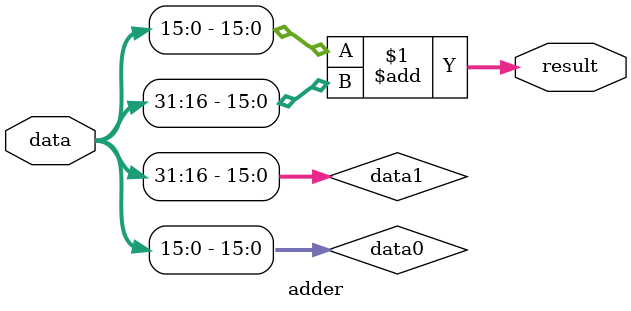
<source format=v>
module adder(
	input [31:0] data,  //data[3:0] in matrix 1 data[7:4] in matrix 2
	output wire [31:0] result
);
wire [15:0] data0,data1;
assign data0=data[15:0];
assign data1=data[31:16];
assign result=data0+data1;
endmodule
</source>
